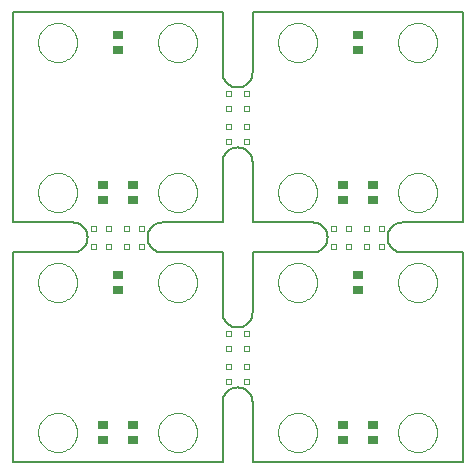
<source format=gtp>
G75*
G70*
%OFA0B0*%
%FSLAX24Y24*%
%IPPOS*%
%LPD*%
%AMOC8*
5,1,8,0,0,1.08239X$1,22.5*
%
%ADD10C,0.0080*%
%ADD11C,0.0000*%
%ADD12R,0.0354X0.0276*%
D10*
X008338Y000501D02*
X015338Y000501D01*
X015338Y002501D01*
X015838Y003001D02*
X015882Y002999D01*
X015925Y002993D01*
X015967Y002984D01*
X016009Y002971D01*
X016049Y002954D01*
X016088Y002934D01*
X016125Y002911D01*
X016159Y002884D01*
X016192Y002855D01*
X016221Y002822D01*
X016248Y002788D01*
X016271Y002751D01*
X016291Y002712D01*
X016308Y002672D01*
X016321Y002630D01*
X016330Y002588D01*
X016336Y002545D01*
X016338Y002501D01*
X016338Y000501D01*
X023338Y000501D01*
X023338Y007501D01*
X021338Y007501D01*
X021294Y007503D01*
X021251Y007509D01*
X021209Y007518D01*
X021167Y007531D01*
X021127Y007548D01*
X021088Y007568D01*
X021051Y007591D01*
X021017Y007618D01*
X020984Y007647D01*
X020955Y007680D01*
X020928Y007714D01*
X020905Y007751D01*
X020885Y007790D01*
X020868Y007830D01*
X020855Y007872D01*
X020846Y007914D01*
X020840Y007957D01*
X020838Y008001D01*
X020840Y008045D01*
X020846Y008088D01*
X020855Y008130D01*
X020868Y008172D01*
X020885Y008212D01*
X020905Y008251D01*
X020928Y008288D01*
X020955Y008322D01*
X020984Y008355D01*
X021017Y008384D01*
X021051Y008411D01*
X021088Y008434D01*
X021127Y008454D01*
X021167Y008471D01*
X021209Y008484D01*
X021251Y008493D01*
X021294Y008499D01*
X021338Y008501D01*
X023338Y008501D01*
X023338Y015501D01*
X016338Y015501D01*
X016338Y013501D01*
X016336Y013457D01*
X016330Y013414D01*
X016321Y013372D01*
X016308Y013330D01*
X016291Y013290D01*
X016271Y013251D01*
X016248Y013214D01*
X016221Y013180D01*
X016192Y013147D01*
X016159Y013118D01*
X016125Y013091D01*
X016088Y013068D01*
X016049Y013048D01*
X016009Y013031D01*
X015967Y013018D01*
X015925Y013009D01*
X015882Y013003D01*
X015838Y013001D01*
X015794Y013003D01*
X015751Y013009D01*
X015709Y013018D01*
X015667Y013031D01*
X015627Y013048D01*
X015588Y013068D01*
X015551Y013091D01*
X015517Y013118D01*
X015484Y013147D01*
X015455Y013180D01*
X015428Y013214D01*
X015405Y013251D01*
X015385Y013290D01*
X015368Y013330D01*
X015355Y013372D01*
X015346Y013414D01*
X015340Y013457D01*
X015338Y013501D01*
X015338Y015501D01*
X008338Y015501D01*
X008338Y008501D01*
X010338Y008501D01*
X010382Y008499D01*
X010425Y008493D01*
X010467Y008484D01*
X010509Y008471D01*
X010549Y008454D01*
X010588Y008434D01*
X010625Y008411D01*
X010659Y008384D01*
X010692Y008355D01*
X010721Y008322D01*
X010748Y008288D01*
X010771Y008251D01*
X010791Y008212D01*
X010808Y008172D01*
X010821Y008130D01*
X010830Y008088D01*
X010836Y008045D01*
X010838Y008001D01*
X010836Y007957D01*
X010830Y007914D01*
X010821Y007872D01*
X010808Y007830D01*
X010791Y007790D01*
X010771Y007751D01*
X010748Y007714D01*
X010721Y007680D01*
X010692Y007647D01*
X010659Y007618D01*
X010625Y007591D01*
X010588Y007568D01*
X010549Y007548D01*
X010509Y007531D01*
X010467Y007518D01*
X010425Y007509D01*
X010382Y007503D01*
X010338Y007501D01*
X008338Y007501D01*
X008338Y000501D01*
X015338Y002501D02*
X015340Y002545D01*
X015346Y002588D01*
X015355Y002630D01*
X015368Y002672D01*
X015385Y002712D01*
X015405Y002751D01*
X015428Y002788D01*
X015455Y002822D01*
X015484Y002855D01*
X015517Y002884D01*
X015551Y002911D01*
X015588Y002934D01*
X015627Y002954D01*
X015667Y002971D01*
X015709Y002984D01*
X015751Y002993D01*
X015794Y002999D01*
X015838Y003001D01*
X015838Y005001D02*
X015794Y005003D01*
X015751Y005009D01*
X015709Y005018D01*
X015667Y005031D01*
X015627Y005048D01*
X015588Y005068D01*
X015551Y005091D01*
X015517Y005118D01*
X015484Y005147D01*
X015455Y005180D01*
X015428Y005214D01*
X015405Y005251D01*
X015385Y005290D01*
X015368Y005330D01*
X015355Y005372D01*
X015346Y005414D01*
X015340Y005457D01*
X015338Y005501D01*
X015338Y007501D01*
X013338Y007501D01*
X012838Y008001D02*
X012840Y008045D01*
X012846Y008088D01*
X012855Y008130D01*
X012868Y008172D01*
X012885Y008212D01*
X012905Y008251D01*
X012928Y008288D01*
X012955Y008322D01*
X012984Y008355D01*
X013017Y008384D01*
X013051Y008411D01*
X013088Y008434D01*
X013127Y008454D01*
X013167Y008471D01*
X013209Y008484D01*
X013251Y008493D01*
X013294Y008499D01*
X013338Y008501D01*
X015338Y008501D01*
X015338Y010501D01*
X015838Y011001D02*
X015882Y010999D01*
X015925Y010993D01*
X015967Y010984D01*
X016009Y010971D01*
X016049Y010954D01*
X016088Y010934D01*
X016125Y010911D01*
X016159Y010884D01*
X016192Y010855D01*
X016221Y010822D01*
X016248Y010788D01*
X016271Y010751D01*
X016291Y010712D01*
X016308Y010672D01*
X016321Y010630D01*
X016330Y010588D01*
X016336Y010545D01*
X016338Y010501D01*
X016338Y008501D01*
X018338Y008501D01*
X018838Y008001D02*
X018836Y007957D01*
X018830Y007914D01*
X018821Y007872D01*
X018808Y007830D01*
X018791Y007790D01*
X018771Y007751D01*
X018748Y007714D01*
X018721Y007680D01*
X018692Y007647D01*
X018659Y007618D01*
X018625Y007591D01*
X018588Y007568D01*
X018549Y007548D01*
X018509Y007531D01*
X018467Y007518D01*
X018425Y007509D01*
X018382Y007503D01*
X018338Y007501D01*
X016338Y007501D01*
X016338Y005501D01*
X016336Y005457D01*
X016330Y005414D01*
X016321Y005372D01*
X016308Y005330D01*
X016291Y005290D01*
X016271Y005251D01*
X016248Y005214D01*
X016221Y005180D01*
X016192Y005147D01*
X016159Y005118D01*
X016125Y005091D01*
X016088Y005068D01*
X016049Y005048D01*
X016009Y005031D01*
X015967Y005018D01*
X015925Y005009D01*
X015882Y005003D01*
X015838Y005001D01*
X013338Y007501D02*
X013294Y007503D01*
X013251Y007509D01*
X013209Y007518D01*
X013167Y007531D01*
X013127Y007548D01*
X013088Y007568D01*
X013051Y007591D01*
X013017Y007618D01*
X012984Y007647D01*
X012955Y007680D01*
X012928Y007714D01*
X012905Y007751D01*
X012885Y007790D01*
X012868Y007830D01*
X012855Y007872D01*
X012846Y007914D01*
X012840Y007957D01*
X012838Y008001D01*
X018338Y008501D02*
X018382Y008499D01*
X018425Y008493D01*
X018467Y008484D01*
X018509Y008471D01*
X018549Y008454D01*
X018588Y008434D01*
X018625Y008411D01*
X018659Y008384D01*
X018692Y008355D01*
X018721Y008322D01*
X018748Y008288D01*
X018771Y008251D01*
X018791Y008212D01*
X018808Y008172D01*
X018821Y008130D01*
X018830Y008088D01*
X018836Y008045D01*
X018838Y008001D01*
X015838Y011001D02*
X015794Y010999D01*
X015751Y010993D01*
X015709Y010984D01*
X015667Y010971D01*
X015627Y010954D01*
X015588Y010934D01*
X015551Y010911D01*
X015517Y010884D01*
X015484Y010855D01*
X015455Y010822D01*
X015428Y010788D01*
X015405Y010751D01*
X015385Y010712D01*
X015368Y010672D01*
X015355Y010630D01*
X015346Y010588D01*
X015340Y010545D01*
X015338Y010501D01*
D11*
X015440Y011201D02*
X015442Y011220D01*
X015447Y011239D01*
X015457Y011255D01*
X015469Y011270D01*
X015484Y011282D01*
X015500Y011292D01*
X015519Y011297D01*
X015538Y011299D01*
X015557Y011297D01*
X015576Y011292D01*
X015592Y011282D01*
X015607Y011270D01*
X015619Y011255D01*
X015629Y011239D01*
X015634Y011220D01*
X015636Y011201D01*
X015634Y011182D01*
X015629Y011163D01*
X015619Y011147D01*
X015607Y011132D01*
X015592Y011120D01*
X015576Y011110D01*
X015557Y011105D01*
X015538Y011103D01*
X015519Y011105D01*
X015500Y011110D01*
X015484Y011120D01*
X015469Y011132D01*
X015457Y011147D01*
X015447Y011163D01*
X015442Y011182D01*
X015440Y011201D01*
X016040Y011201D02*
X016042Y011220D01*
X016047Y011239D01*
X016057Y011255D01*
X016069Y011270D01*
X016084Y011282D01*
X016100Y011292D01*
X016119Y011297D01*
X016138Y011299D01*
X016157Y011297D01*
X016176Y011292D01*
X016192Y011282D01*
X016207Y011270D01*
X016219Y011255D01*
X016229Y011239D01*
X016234Y011220D01*
X016236Y011201D01*
X016234Y011182D01*
X016229Y011163D01*
X016219Y011147D01*
X016207Y011132D01*
X016192Y011120D01*
X016176Y011110D01*
X016157Y011105D01*
X016138Y011103D01*
X016119Y011105D01*
X016100Y011110D01*
X016084Y011120D01*
X016069Y011132D01*
X016057Y011147D01*
X016047Y011163D01*
X016042Y011182D01*
X016040Y011201D01*
X016040Y011701D02*
X016042Y011720D01*
X016047Y011739D01*
X016057Y011755D01*
X016069Y011770D01*
X016084Y011782D01*
X016100Y011792D01*
X016119Y011797D01*
X016138Y011799D01*
X016157Y011797D01*
X016176Y011792D01*
X016192Y011782D01*
X016207Y011770D01*
X016219Y011755D01*
X016229Y011739D01*
X016234Y011720D01*
X016236Y011701D01*
X016234Y011682D01*
X016229Y011663D01*
X016219Y011647D01*
X016207Y011632D01*
X016192Y011620D01*
X016176Y011610D01*
X016157Y011605D01*
X016138Y011603D01*
X016119Y011605D01*
X016100Y011610D01*
X016084Y011620D01*
X016069Y011632D01*
X016057Y011647D01*
X016047Y011663D01*
X016042Y011682D01*
X016040Y011701D01*
X015440Y011701D02*
X015442Y011720D01*
X015447Y011739D01*
X015457Y011755D01*
X015469Y011770D01*
X015484Y011782D01*
X015500Y011792D01*
X015519Y011797D01*
X015538Y011799D01*
X015557Y011797D01*
X015576Y011792D01*
X015592Y011782D01*
X015607Y011770D01*
X015619Y011755D01*
X015629Y011739D01*
X015634Y011720D01*
X015636Y011701D01*
X015634Y011682D01*
X015629Y011663D01*
X015619Y011647D01*
X015607Y011632D01*
X015592Y011620D01*
X015576Y011610D01*
X015557Y011605D01*
X015538Y011603D01*
X015519Y011605D01*
X015500Y011610D01*
X015484Y011620D01*
X015469Y011632D01*
X015457Y011647D01*
X015447Y011663D01*
X015442Y011682D01*
X015440Y011701D01*
X015440Y012301D02*
X015442Y012320D01*
X015447Y012339D01*
X015457Y012355D01*
X015469Y012370D01*
X015484Y012382D01*
X015500Y012392D01*
X015519Y012397D01*
X015538Y012399D01*
X015557Y012397D01*
X015576Y012392D01*
X015592Y012382D01*
X015607Y012370D01*
X015619Y012355D01*
X015629Y012339D01*
X015634Y012320D01*
X015636Y012301D01*
X015634Y012282D01*
X015629Y012263D01*
X015619Y012247D01*
X015607Y012232D01*
X015592Y012220D01*
X015576Y012210D01*
X015557Y012205D01*
X015538Y012203D01*
X015519Y012205D01*
X015500Y012210D01*
X015484Y012220D01*
X015469Y012232D01*
X015457Y012247D01*
X015447Y012263D01*
X015442Y012282D01*
X015440Y012301D01*
X016040Y012301D02*
X016042Y012320D01*
X016047Y012339D01*
X016057Y012355D01*
X016069Y012370D01*
X016084Y012382D01*
X016100Y012392D01*
X016119Y012397D01*
X016138Y012399D01*
X016157Y012397D01*
X016176Y012392D01*
X016192Y012382D01*
X016207Y012370D01*
X016219Y012355D01*
X016229Y012339D01*
X016234Y012320D01*
X016236Y012301D01*
X016234Y012282D01*
X016229Y012263D01*
X016219Y012247D01*
X016207Y012232D01*
X016192Y012220D01*
X016176Y012210D01*
X016157Y012205D01*
X016138Y012203D01*
X016119Y012205D01*
X016100Y012210D01*
X016084Y012220D01*
X016069Y012232D01*
X016057Y012247D01*
X016047Y012263D01*
X016042Y012282D01*
X016040Y012301D01*
X016040Y012801D02*
X016042Y012820D01*
X016047Y012839D01*
X016057Y012855D01*
X016069Y012870D01*
X016084Y012882D01*
X016100Y012892D01*
X016119Y012897D01*
X016138Y012899D01*
X016157Y012897D01*
X016176Y012892D01*
X016192Y012882D01*
X016207Y012870D01*
X016219Y012855D01*
X016229Y012839D01*
X016234Y012820D01*
X016236Y012801D01*
X016234Y012782D01*
X016229Y012763D01*
X016219Y012747D01*
X016207Y012732D01*
X016192Y012720D01*
X016176Y012710D01*
X016157Y012705D01*
X016138Y012703D01*
X016119Y012705D01*
X016100Y012710D01*
X016084Y012720D01*
X016069Y012732D01*
X016057Y012747D01*
X016047Y012763D01*
X016042Y012782D01*
X016040Y012801D01*
X015440Y012801D02*
X015442Y012820D01*
X015447Y012839D01*
X015457Y012855D01*
X015469Y012870D01*
X015484Y012882D01*
X015500Y012892D01*
X015519Y012897D01*
X015538Y012899D01*
X015557Y012897D01*
X015576Y012892D01*
X015592Y012882D01*
X015607Y012870D01*
X015619Y012855D01*
X015629Y012839D01*
X015634Y012820D01*
X015636Y012801D01*
X015634Y012782D01*
X015629Y012763D01*
X015619Y012747D01*
X015607Y012732D01*
X015592Y012720D01*
X015576Y012710D01*
X015557Y012705D01*
X015538Y012703D01*
X015519Y012705D01*
X015500Y012710D01*
X015484Y012720D01*
X015469Y012732D01*
X015457Y012747D01*
X015447Y012763D01*
X015442Y012782D01*
X015440Y012801D01*
X013188Y014501D02*
X013190Y014551D01*
X013196Y014601D01*
X013206Y014651D01*
X013219Y014699D01*
X013236Y014747D01*
X013257Y014793D01*
X013281Y014837D01*
X013309Y014879D01*
X013340Y014919D01*
X013374Y014956D01*
X013411Y014991D01*
X013450Y015022D01*
X013491Y015051D01*
X013535Y015076D01*
X013581Y015098D01*
X013628Y015116D01*
X013676Y015130D01*
X013725Y015141D01*
X013775Y015148D01*
X013825Y015151D01*
X013876Y015150D01*
X013926Y015145D01*
X013976Y015136D01*
X014024Y015124D01*
X014072Y015107D01*
X014118Y015087D01*
X014163Y015064D01*
X014206Y015037D01*
X014246Y015007D01*
X014284Y014974D01*
X014319Y014938D01*
X014352Y014899D01*
X014381Y014858D01*
X014407Y014815D01*
X014430Y014770D01*
X014449Y014723D01*
X014464Y014675D01*
X014476Y014626D01*
X014484Y014576D01*
X014488Y014526D01*
X014488Y014476D01*
X014484Y014426D01*
X014476Y014376D01*
X014464Y014327D01*
X014449Y014279D01*
X014430Y014232D01*
X014407Y014187D01*
X014381Y014144D01*
X014352Y014103D01*
X014319Y014064D01*
X014284Y014028D01*
X014246Y013995D01*
X014206Y013965D01*
X014163Y013938D01*
X014118Y013915D01*
X014072Y013895D01*
X014024Y013878D01*
X013976Y013866D01*
X013926Y013857D01*
X013876Y013852D01*
X013825Y013851D01*
X013775Y013854D01*
X013725Y013861D01*
X013676Y013872D01*
X013628Y013886D01*
X013581Y013904D01*
X013535Y013926D01*
X013491Y013951D01*
X013450Y013980D01*
X013411Y014011D01*
X013374Y014046D01*
X013340Y014083D01*
X013309Y014123D01*
X013281Y014165D01*
X013257Y014209D01*
X013236Y014255D01*
X013219Y014303D01*
X013206Y014351D01*
X013196Y014401D01*
X013190Y014451D01*
X013188Y014501D01*
X009188Y014501D02*
X009190Y014551D01*
X009196Y014601D01*
X009206Y014651D01*
X009219Y014699D01*
X009236Y014747D01*
X009257Y014793D01*
X009281Y014837D01*
X009309Y014879D01*
X009340Y014919D01*
X009374Y014956D01*
X009411Y014991D01*
X009450Y015022D01*
X009491Y015051D01*
X009535Y015076D01*
X009581Y015098D01*
X009628Y015116D01*
X009676Y015130D01*
X009725Y015141D01*
X009775Y015148D01*
X009825Y015151D01*
X009876Y015150D01*
X009926Y015145D01*
X009976Y015136D01*
X010024Y015124D01*
X010072Y015107D01*
X010118Y015087D01*
X010163Y015064D01*
X010206Y015037D01*
X010246Y015007D01*
X010284Y014974D01*
X010319Y014938D01*
X010352Y014899D01*
X010381Y014858D01*
X010407Y014815D01*
X010430Y014770D01*
X010449Y014723D01*
X010464Y014675D01*
X010476Y014626D01*
X010484Y014576D01*
X010488Y014526D01*
X010488Y014476D01*
X010484Y014426D01*
X010476Y014376D01*
X010464Y014327D01*
X010449Y014279D01*
X010430Y014232D01*
X010407Y014187D01*
X010381Y014144D01*
X010352Y014103D01*
X010319Y014064D01*
X010284Y014028D01*
X010246Y013995D01*
X010206Y013965D01*
X010163Y013938D01*
X010118Y013915D01*
X010072Y013895D01*
X010024Y013878D01*
X009976Y013866D01*
X009926Y013857D01*
X009876Y013852D01*
X009825Y013851D01*
X009775Y013854D01*
X009725Y013861D01*
X009676Y013872D01*
X009628Y013886D01*
X009581Y013904D01*
X009535Y013926D01*
X009491Y013951D01*
X009450Y013980D01*
X009411Y014011D01*
X009374Y014046D01*
X009340Y014083D01*
X009309Y014123D01*
X009281Y014165D01*
X009257Y014209D01*
X009236Y014255D01*
X009219Y014303D01*
X009206Y014351D01*
X009196Y014401D01*
X009190Y014451D01*
X009188Y014501D01*
X017188Y014501D02*
X017190Y014551D01*
X017196Y014601D01*
X017206Y014651D01*
X017219Y014699D01*
X017236Y014747D01*
X017257Y014793D01*
X017281Y014837D01*
X017309Y014879D01*
X017340Y014919D01*
X017374Y014956D01*
X017411Y014991D01*
X017450Y015022D01*
X017491Y015051D01*
X017535Y015076D01*
X017581Y015098D01*
X017628Y015116D01*
X017676Y015130D01*
X017725Y015141D01*
X017775Y015148D01*
X017825Y015151D01*
X017876Y015150D01*
X017926Y015145D01*
X017976Y015136D01*
X018024Y015124D01*
X018072Y015107D01*
X018118Y015087D01*
X018163Y015064D01*
X018206Y015037D01*
X018246Y015007D01*
X018284Y014974D01*
X018319Y014938D01*
X018352Y014899D01*
X018381Y014858D01*
X018407Y014815D01*
X018430Y014770D01*
X018449Y014723D01*
X018464Y014675D01*
X018476Y014626D01*
X018484Y014576D01*
X018488Y014526D01*
X018488Y014476D01*
X018484Y014426D01*
X018476Y014376D01*
X018464Y014327D01*
X018449Y014279D01*
X018430Y014232D01*
X018407Y014187D01*
X018381Y014144D01*
X018352Y014103D01*
X018319Y014064D01*
X018284Y014028D01*
X018246Y013995D01*
X018206Y013965D01*
X018163Y013938D01*
X018118Y013915D01*
X018072Y013895D01*
X018024Y013878D01*
X017976Y013866D01*
X017926Y013857D01*
X017876Y013852D01*
X017825Y013851D01*
X017775Y013854D01*
X017725Y013861D01*
X017676Y013872D01*
X017628Y013886D01*
X017581Y013904D01*
X017535Y013926D01*
X017491Y013951D01*
X017450Y013980D01*
X017411Y014011D01*
X017374Y014046D01*
X017340Y014083D01*
X017309Y014123D01*
X017281Y014165D01*
X017257Y014209D01*
X017236Y014255D01*
X017219Y014303D01*
X017206Y014351D01*
X017196Y014401D01*
X017190Y014451D01*
X017188Y014501D01*
X021188Y014501D02*
X021190Y014551D01*
X021196Y014601D01*
X021206Y014651D01*
X021219Y014699D01*
X021236Y014747D01*
X021257Y014793D01*
X021281Y014837D01*
X021309Y014879D01*
X021340Y014919D01*
X021374Y014956D01*
X021411Y014991D01*
X021450Y015022D01*
X021491Y015051D01*
X021535Y015076D01*
X021581Y015098D01*
X021628Y015116D01*
X021676Y015130D01*
X021725Y015141D01*
X021775Y015148D01*
X021825Y015151D01*
X021876Y015150D01*
X021926Y015145D01*
X021976Y015136D01*
X022024Y015124D01*
X022072Y015107D01*
X022118Y015087D01*
X022163Y015064D01*
X022206Y015037D01*
X022246Y015007D01*
X022284Y014974D01*
X022319Y014938D01*
X022352Y014899D01*
X022381Y014858D01*
X022407Y014815D01*
X022430Y014770D01*
X022449Y014723D01*
X022464Y014675D01*
X022476Y014626D01*
X022484Y014576D01*
X022488Y014526D01*
X022488Y014476D01*
X022484Y014426D01*
X022476Y014376D01*
X022464Y014327D01*
X022449Y014279D01*
X022430Y014232D01*
X022407Y014187D01*
X022381Y014144D01*
X022352Y014103D01*
X022319Y014064D01*
X022284Y014028D01*
X022246Y013995D01*
X022206Y013965D01*
X022163Y013938D01*
X022118Y013915D01*
X022072Y013895D01*
X022024Y013878D01*
X021976Y013866D01*
X021926Y013857D01*
X021876Y013852D01*
X021825Y013851D01*
X021775Y013854D01*
X021725Y013861D01*
X021676Y013872D01*
X021628Y013886D01*
X021581Y013904D01*
X021535Y013926D01*
X021491Y013951D01*
X021450Y013980D01*
X021411Y014011D01*
X021374Y014046D01*
X021340Y014083D01*
X021309Y014123D01*
X021281Y014165D01*
X021257Y014209D01*
X021236Y014255D01*
X021219Y014303D01*
X021206Y014351D01*
X021196Y014401D01*
X021190Y014451D01*
X021188Y014501D01*
X021188Y009501D02*
X021190Y009551D01*
X021196Y009601D01*
X021206Y009651D01*
X021219Y009699D01*
X021236Y009747D01*
X021257Y009793D01*
X021281Y009837D01*
X021309Y009879D01*
X021340Y009919D01*
X021374Y009956D01*
X021411Y009991D01*
X021450Y010022D01*
X021491Y010051D01*
X021535Y010076D01*
X021581Y010098D01*
X021628Y010116D01*
X021676Y010130D01*
X021725Y010141D01*
X021775Y010148D01*
X021825Y010151D01*
X021876Y010150D01*
X021926Y010145D01*
X021976Y010136D01*
X022024Y010124D01*
X022072Y010107D01*
X022118Y010087D01*
X022163Y010064D01*
X022206Y010037D01*
X022246Y010007D01*
X022284Y009974D01*
X022319Y009938D01*
X022352Y009899D01*
X022381Y009858D01*
X022407Y009815D01*
X022430Y009770D01*
X022449Y009723D01*
X022464Y009675D01*
X022476Y009626D01*
X022484Y009576D01*
X022488Y009526D01*
X022488Y009476D01*
X022484Y009426D01*
X022476Y009376D01*
X022464Y009327D01*
X022449Y009279D01*
X022430Y009232D01*
X022407Y009187D01*
X022381Y009144D01*
X022352Y009103D01*
X022319Y009064D01*
X022284Y009028D01*
X022246Y008995D01*
X022206Y008965D01*
X022163Y008938D01*
X022118Y008915D01*
X022072Y008895D01*
X022024Y008878D01*
X021976Y008866D01*
X021926Y008857D01*
X021876Y008852D01*
X021825Y008851D01*
X021775Y008854D01*
X021725Y008861D01*
X021676Y008872D01*
X021628Y008886D01*
X021581Y008904D01*
X021535Y008926D01*
X021491Y008951D01*
X021450Y008980D01*
X021411Y009011D01*
X021374Y009046D01*
X021340Y009083D01*
X021309Y009123D01*
X021281Y009165D01*
X021257Y009209D01*
X021236Y009255D01*
X021219Y009303D01*
X021206Y009351D01*
X021196Y009401D01*
X021190Y009451D01*
X021188Y009501D01*
X017188Y009501D02*
X017190Y009551D01*
X017196Y009601D01*
X017206Y009651D01*
X017219Y009699D01*
X017236Y009747D01*
X017257Y009793D01*
X017281Y009837D01*
X017309Y009879D01*
X017340Y009919D01*
X017374Y009956D01*
X017411Y009991D01*
X017450Y010022D01*
X017491Y010051D01*
X017535Y010076D01*
X017581Y010098D01*
X017628Y010116D01*
X017676Y010130D01*
X017725Y010141D01*
X017775Y010148D01*
X017825Y010151D01*
X017876Y010150D01*
X017926Y010145D01*
X017976Y010136D01*
X018024Y010124D01*
X018072Y010107D01*
X018118Y010087D01*
X018163Y010064D01*
X018206Y010037D01*
X018246Y010007D01*
X018284Y009974D01*
X018319Y009938D01*
X018352Y009899D01*
X018381Y009858D01*
X018407Y009815D01*
X018430Y009770D01*
X018449Y009723D01*
X018464Y009675D01*
X018476Y009626D01*
X018484Y009576D01*
X018488Y009526D01*
X018488Y009476D01*
X018484Y009426D01*
X018476Y009376D01*
X018464Y009327D01*
X018449Y009279D01*
X018430Y009232D01*
X018407Y009187D01*
X018381Y009144D01*
X018352Y009103D01*
X018319Y009064D01*
X018284Y009028D01*
X018246Y008995D01*
X018206Y008965D01*
X018163Y008938D01*
X018118Y008915D01*
X018072Y008895D01*
X018024Y008878D01*
X017976Y008866D01*
X017926Y008857D01*
X017876Y008852D01*
X017825Y008851D01*
X017775Y008854D01*
X017725Y008861D01*
X017676Y008872D01*
X017628Y008886D01*
X017581Y008904D01*
X017535Y008926D01*
X017491Y008951D01*
X017450Y008980D01*
X017411Y009011D01*
X017374Y009046D01*
X017340Y009083D01*
X017309Y009123D01*
X017281Y009165D01*
X017257Y009209D01*
X017236Y009255D01*
X017219Y009303D01*
X017206Y009351D01*
X017196Y009401D01*
X017190Y009451D01*
X017188Y009501D01*
X013188Y009501D02*
X013190Y009551D01*
X013196Y009601D01*
X013206Y009651D01*
X013219Y009699D01*
X013236Y009747D01*
X013257Y009793D01*
X013281Y009837D01*
X013309Y009879D01*
X013340Y009919D01*
X013374Y009956D01*
X013411Y009991D01*
X013450Y010022D01*
X013491Y010051D01*
X013535Y010076D01*
X013581Y010098D01*
X013628Y010116D01*
X013676Y010130D01*
X013725Y010141D01*
X013775Y010148D01*
X013825Y010151D01*
X013876Y010150D01*
X013926Y010145D01*
X013976Y010136D01*
X014024Y010124D01*
X014072Y010107D01*
X014118Y010087D01*
X014163Y010064D01*
X014206Y010037D01*
X014246Y010007D01*
X014284Y009974D01*
X014319Y009938D01*
X014352Y009899D01*
X014381Y009858D01*
X014407Y009815D01*
X014430Y009770D01*
X014449Y009723D01*
X014464Y009675D01*
X014476Y009626D01*
X014484Y009576D01*
X014488Y009526D01*
X014488Y009476D01*
X014484Y009426D01*
X014476Y009376D01*
X014464Y009327D01*
X014449Y009279D01*
X014430Y009232D01*
X014407Y009187D01*
X014381Y009144D01*
X014352Y009103D01*
X014319Y009064D01*
X014284Y009028D01*
X014246Y008995D01*
X014206Y008965D01*
X014163Y008938D01*
X014118Y008915D01*
X014072Y008895D01*
X014024Y008878D01*
X013976Y008866D01*
X013926Y008857D01*
X013876Y008852D01*
X013825Y008851D01*
X013775Y008854D01*
X013725Y008861D01*
X013676Y008872D01*
X013628Y008886D01*
X013581Y008904D01*
X013535Y008926D01*
X013491Y008951D01*
X013450Y008980D01*
X013411Y009011D01*
X013374Y009046D01*
X013340Y009083D01*
X013309Y009123D01*
X013281Y009165D01*
X013257Y009209D01*
X013236Y009255D01*
X013219Y009303D01*
X013206Y009351D01*
X013196Y009401D01*
X013190Y009451D01*
X013188Y009501D01*
X009188Y009501D02*
X009190Y009551D01*
X009196Y009601D01*
X009206Y009651D01*
X009219Y009699D01*
X009236Y009747D01*
X009257Y009793D01*
X009281Y009837D01*
X009309Y009879D01*
X009340Y009919D01*
X009374Y009956D01*
X009411Y009991D01*
X009450Y010022D01*
X009491Y010051D01*
X009535Y010076D01*
X009581Y010098D01*
X009628Y010116D01*
X009676Y010130D01*
X009725Y010141D01*
X009775Y010148D01*
X009825Y010151D01*
X009876Y010150D01*
X009926Y010145D01*
X009976Y010136D01*
X010024Y010124D01*
X010072Y010107D01*
X010118Y010087D01*
X010163Y010064D01*
X010206Y010037D01*
X010246Y010007D01*
X010284Y009974D01*
X010319Y009938D01*
X010352Y009899D01*
X010381Y009858D01*
X010407Y009815D01*
X010430Y009770D01*
X010449Y009723D01*
X010464Y009675D01*
X010476Y009626D01*
X010484Y009576D01*
X010488Y009526D01*
X010488Y009476D01*
X010484Y009426D01*
X010476Y009376D01*
X010464Y009327D01*
X010449Y009279D01*
X010430Y009232D01*
X010407Y009187D01*
X010381Y009144D01*
X010352Y009103D01*
X010319Y009064D01*
X010284Y009028D01*
X010246Y008995D01*
X010206Y008965D01*
X010163Y008938D01*
X010118Y008915D01*
X010072Y008895D01*
X010024Y008878D01*
X009976Y008866D01*
X009926Y008857D01*
X009876Y008852D01*
X009825Y008851D01*
X009775Y008854D01*
X009725Y008861D01*
X009676Y008872D01*
X009628Y008886D01*
X009581Y008904D01*
X009535Y008926D01*
X009491Y008951D01*
X009450Y008980D01*
X009411Y009011D01*
X009374Y009046D01*
X009340Y009083D01*
X009309Y009123D01*
X009281Y009165D01*
X009257Y009209D01*
X009236Y009255D01*
X009219Y009303D01*
X009206Y009351D01*
X009196Y009401D01*
X009190Y009451D01*
X009188Y009501D01*
X010940Y008301D02*
X010942Y008320D01*
X010947Y008339D01*
X010957Y008355D01*
X010969Y008370D01*
X010984Y008382D01*
X011000Y008392D01*
X011019Y008397D01*
X011038Y008399D01*
X011057Y008397D01*
X011076Y008392D01*
X011092Y008382D01*
X011107Y008370D01*
X011119Y008355D01*
X011129Y008339D01*
X011134Y008320D01*
X011136Y008301D01*
X011134Y008282D01*
X011129Y008263D01*
X011119Y008247D01*
X011107Y008232D01*
X011092Y008220D01*
X011076Y008210D01*
X011057Y008205D01*
X011038Y008203D01*
X011019Y008205D01*
X011000Y008210D01*
X010984Y008220D01*
X010969Y008232D01*
X010957Y008247D01*
X010947Y008263D01*
X010942Y008282D01*
X010940Y008301D01*
X011440Y008301D02*
X011442Y008320D01*
X011447Y008339D01*
X011457Y008355D01*
X011469Y008370D01*
X011484Y008382D01*
X011500Y008392D01*
X011519Y008397D01*
X011538Y008399D01*
X011557Y008397D01*
X011576Y008392D01*
X011592Y008382D01*
X011607Y008370D01*
X011619Y008355D01*
X011629Y008339D01*
X011634Y008320D01*
X011636Y008301D01*
X011634Y008282D01*
X011629Y008263D01*
X011619Y008247D01*
X011607Y008232D01*
X011592Y008220D01*
X011576Y008210D01*
X011557Y008205D01*
X011538Y008203D01*
X011519Y008205D01*
X011500Y008210D01*
X011484Y008220D01*
X011469Y008232D01*
X011457Y008247D01*
X011447Y008263D01*
X011442Y008282D01*
X011440Y008301D01*
X012040Y008301D02*
X012042Y008320D01*
X012047Y008339D01*
X012057Y008355D01*
X012069Y008370D01*
X012084Y008382D01*
X012100Y008392D01*
X012119Y008397D01*
X012138Y008399D01*
X012157Y008397D01*
X012176Y008392D01*
X012192Y008382D01*
X012207Y008370D01*
X012219Y008355D01*
X012229Y008339D01*
X012234Y008320D01*
X012236Y008301D01*
X012234Y008282D01*
X012229Y008263D01*
X012219Y008247D01*
X012207Y008232D01*
X012192Y008220D01*
X012176Y008210D01*
X012157Y008205D01*
X012138Y008203D01*
X012119Y008205D01*
X012100Y008210D01*
X012084Y008220D01*
X012069Y008232D01*
X012057Y008247D01*
X012047Y008263D01*
X012042Y008282D01*
X012040Y008301D01*
X012540Y008301D02*
X012542Y008320D01*
X012547Y008339D01*
X012557Y008355D01*
X012569Y008370D01*
X012584Y008382D01*
X012600Y008392D01*
X012619Y008397D01*
X012638Y008399D01*
X012657Y008397D01*
X012676Y008392D01*
X012692Y008382D01*
X012707Y008370D01*
X012719Y008355D01*
X012729Y008339D01*
X012734Y008320D01*
X012736Y008301D01*
X012734Y008282D01*
X012729Y008263D01*
X012719Y008247D01*
X012707Y008232D01*
X012692Y008220D01*
X012676Y008210D01*
X012657Y008205D01*
X012638Y008203D01*
X012619Y008205D01*
X012600Y008210D01*
X012584Y008220D01*
X012569Y008232D01*
X012557Y008247D01*
X012547Y008263D01*
X012542Y008282D01*
X012540Y008301D01*
X012540Y007701D02*
X012542Y007720D01*
X012547Y007739D01*
X012557Y007755D01*
X012569Y007770D01*
X012584Y007782D01*
X012600Y007792D01*
X012619Y007797D01*
X012638Y007799D01*
X012657Y007797D01*
X012676Y007792D01*
X012692Y007782D01*
X012707Y007770D01*
X012719Y007755D01*
X012729Y007739D01*
X012734Y007720D01*
X012736Y007701D01*
X012734Y007682D01*
X012729Y007663D01*
X012719Y007647D01*
X012707Y007632D01*
X012692Y007620D01*
X012676Y007610D01*
X012657Y007605D01*
X012638Y007603D01*
X012619Y007605D01*
X012600Y007610D01*
X012584Y007620D01*
X012569Y007632D01*
X012557Y007647D01*
X012547Y007663D01*
X012542Y007682D01*
X012540Y007701D01*
X012040Y007701D02*
X012042Y007720D01*
X012047Y007739D01*
X012057Y007755D01*
X012069Y007770D01*
X012084Y007782D01*
X012100Y007792D01*
X012119Y007797D01*
X012138Y007799D01*
X012157Y007797D01*
X012176Y007792D01*
X012192Y007782D01*
X012207Y007770D01*
X012219Y007755D01*
X012229Y007739D01*
X012234Y007720D01*
X012236Y007701D01*
X012234Y007682D01*
X012229Y007663D01*
X012219Y007647D01*
X012207Y007632D01*
X012192Y007620D01*
X012176Y007610D01*
X012157Y007605D01*
X012138Y007603D01*
X012119Y007605D01*
X012100Y007610D01*
X012084Y007620D01*
X012069Y007632D01*
X012057Y007647D01*
X012047Y007663D01*
X012042Y007682D01*
X012040Y007701D01*
X011440Y007701D02*
X011442Y007720D01*
X011447Y007739D01*
X011457Y007755D01*
X011469Y007770D01*
X011484Y007782D01*
X011500Y007792D01*
X011519Y007797D01*
X011538Y007799D01*
X011557Y007797D01*
X011576Y007792D01*
X011592Y007782D01*
X011607Y007770D01*
X011619Y007755D01*
X011629Y007739D01*
X011634Y007720D01*
X011636Y007701D01*
X011634Y007682D01*
X011629Y007663D01*
X011619Y007647D01*
X011607Y007632D01*
X011592Y007620D01*
X011576Y007610D01*
X011557Y007605D01*
X011538Y007603D01*
X011519Y007605D01*
X011500Y007610D01*
X011484Y007620D01*
X011469Y007632D01*
X011457Y007647D01*
X011447Y007663D01*
X011442Y007682D01*
X011440Y007701D01*
X010940Y007701D02*
X010942Y007720D01*
X010947Y007739D01*
X010957Y007755D01*
X010969Y007770D01*
X010984Y007782D01*
X011000Y007792D01*
X011019Y007797D01*
X011038Y007799D01*
X011057Y007797D01*
X011076Y007792D01*
X011092Y007782D01*
X011107Y007770D01*
X011119Y007755D01*
X011129Y007739D01*
X011134Y007720D01*
X011136Y007701D01*
X011134Y007682D01*
X011129Y007663D01*
X011119Y007647D01*
X011107Y007632D01*
X011092Y007620D01*
X011076Y007610D01*
X011057Y007605D01*
X011038Y007603D01*
X011019Y007605D01*
X011000Y007610D01*
X010984Y007620D01*
X010969Y007632D01*
X010957Y007647D01*
X010947Y007663D01*
X010942Y007682D01*
X010940Y007701D01*
X009188Y006501D02*
X009190Y006551D01*
X009196Y006601D01*
X009206Y006651D01*
X009219Y006699D01*
X009236Y006747D01*
X009257Y006793D01*
X009281Y006837D01*
X009309Y006879D01*
X009340Y006919D01*
X009374Y006956D01*
X009411Y006991D01*
X009450Y007022D01*
X009491Y007051D01*
X009535Y007076D01*
X009581Y007098D01*
X009628Y007116D01*
X009676Y007130D01*
X009725Y007141D01*
X009775Y007148D01*
X009825Y007151D01*
X009876Y007150D01*
X009926Y007145D01*
X009976Y007136D01*
X010024Y007124D01*
X010072Y007107D01*
X010118Y007087D01*
X010163Y007064D01*
X010206Y007037D01*
X010246Y007007D01*
X010284Y006974D01*
X010319Y006938D01*
X010352Y006899D01*
X010381Y006858D01*
X010407Y006815D01*
X010430Y006770D01*
X010449Y006723D01*
X010464Y006675D01*
X010476Y006626D01*
X010484Y006576D01*
X010488Y006526D01*
X010488Y006476D01*
X010484Y006426D01*
X010476Y006376D01*
X010464Y006327D01*
X010449Y006279D01*
X010430Y006232D01*
X010407Y006187D01*
X010381Y006144D01*
X010352Y006103D01*
X010319Y006064D01*
X010284Y006028D01*
X010246Y005995D01*
X010206Y005965D01*
X010163Y005938D01*
X010118Y005915D01*
X010072Y005895D01*
X010024Y005878D01*
X009976Y005866D01*
X009926Y005857D01*
X009876Y005852D01*
X009825Y005851D01*
X009775Y005854D01*
X009725Y005861D01*
X009676Y005872D01*
X009628Y005886D01*
X009581Y005904D01*
X009535Y005926D01*
X009491Y005951D01*
X009450Y005980D01*
X009411Y006011D01*
X009374Y006046D01*
X009340Y006083D01*
X009309Y006123D01*
X009281Y006165D01*
X009257Y006209D01*
X009236Y006255D01*
X009219Y006303D01*
X009206Y006351D01*
X009196Y006401D01*
X009190Y006451D01*
X009188Y006501D01*
X013188Y006501D02*
X013190Y006551D01*
X013196Y006601D01*
X013206Y006651D01*
X013219Y006699D01*
X013236Y006747D01*
X013257Y006793D01*
X013281Y006837D01*
X013309Y006879D01*
X013340Y006919D01*
X013374Y006956D01*
X013411Y006991D01*
X013450Y007022D01*
X013491Y007051D01*
X013535Y007076D01*
X013581Y007098D01*
X013628Y007116D01*
X013676Y007130D01*
X013725Y007141D01*
X013775Y007148D01*
X013825Y007151D01*
X013876Y007150D01*
X013926Y007145D01*
X013976Y007136D01*
X014024Y007124D01*
X014072Y007107D01*
X014118Y007087D01*
X014163Y007064D01*
X014206Y007037D01*
X014246Y007007D01*
X014284Y006974D01*
X014319Y006938D01*
X014352Y006899D01*
X014381Y006858D01*
X014407Y006815D01*
X014430Y006770D01*
X014449Y006723D01*
X014464Y006675D01*
X014476Y006626D01*
X014484Y006576D01*
X014488Y006526D01*
X014488Y006476D01*
X014484Y006426D01*
X014476Y006376D01*
X014464Y006327D01*
X014449Y006279D01*
X014430Y006232D01*
X014407Y006187D01*
X014381Y006144D01*
X014352Y006103D01*
X014319Y006064D01*
X014284Y006028D01*
X014246Y005995D01*
X014206Y005965D01*
X014163Y005938D01*
X014118Y005915D01*
X014072Y005895D01*
X014024Y005878D01*
X013976Y005866D01*
X013926Y005857D01*
X013876Y005852D01*
X013825Y005851D01*
X013775Y005854D01*
X013725Y005861D01*
X013676Y005872D01*
X013628Y005886D01*
X013581Y005904D01*
X013535Y005926D01*
X013491Y005951D01*
X013450Y005980D01*
X013411Y006011D01*
X013374Y006046D01*
X013340Y006083D01*
X013309Y006123D01*
X013281Y006165D01*
X013257Y006209D01*
X013236Y006255D01*
X013219Y006303D01*
X013206Y006351D01*
X013196Y006401D01*
X013190Y006451D01*
X013188Y006501D01*
X017188Y006501D02*
X017190Y006551D01*
X017196Y006601D01*
X017206Y006651D01*
X017219Y006699D01*
X017236Y006747D01*
X017257Y006793D01*
X017281Y006837D01*
X017309Y006879D01*
X017340Y006919D01*
X017374Y006956D01*
X017411Y006991D01*
X017450Y007022D01*
X017491Y007051D01*
X017535Y007076D01*
X017581Y007098D01*
X017628Y007116D01*
X017676Y007130D01*
X017725Y007141D01*
X017775Y007148D01*
X017825Y007151D01*
X017876Y007150D01*
X017926Y007145D01*
X017976Y007136D01*
X018024Y007124D01*
X018072Y007107D01*
X018118Y007087D01*
X018163Y007064D01*
X018206Y007037D01*
X018246Y007007D01*
X018284Y006974D01*
X018319Y006938D01*
X018352Y006899D01*
X018381Y006858D01*
X018407Y006815D01*
X018430Y006770D01*
X018449Y006723D01*
X018464Y006675D01*
X018476Y006626D01*
X018484Y006576D01*
X018488Y006526D01*
X018488Y006476D01*
X018484Y006426D01*
X018476Y006376D01*
X018464Y006327D01*
X018449Y006279D01*
X018430Y006232D01*
X018407Y006187D01*
X018381Y006144D01*
X018352Y006103D01*
X018319Y006064D01*
X018284Y006028D01*
X018246Y005995D01*
X018206Y005965D01*
X018163Y005938D01*
X018118Y005915D01*
X018072Y005895D01*
X018024Y005878D01*
X017976Y005866D01*
X017926Y005857D01*
X017876Y005852D01*
X017825Y005851D01*
X017775Y005854D01*
X017725Y005861D01*
X017676Y005872D01*
X017628Y005886D01*
X017581Y005904D01*
X017535Y005926D01*
X017491Y005951D01*
X017450Y005980D01*
X017411Y006011D01*
X017374Y006046D01*
X017340Y006083D01*
X017309Y006123D01*
X017281Y006165D01*
X017257Y006209D01*
X017236Y006255D01*
X017219Y006303D01*
X017206Y006351D01*
X017196Y006401D01*
X017190Y006451D01*
X017188Y006501D01*
X018940Y007701D02*
X018942Y007720D01*
X018947Y007739D01*
X018957Y007755D01*
X018969Y007770D01*
X018984Y007782D01*
X019000Y007792D01*
X019019Y007797D01*
X019038Y007799D01*
X019057Y007797D01*
X019076Y007792D01*
X019092Y007782D01*
X019107Y007770D01*
X019119Y007755D01*
X019129Y007739D01*
X019134Y007720D01*
X019136Y007701D01*
X019134Y007682D01*
X019129Y007663D01*
X019119Y007647D01*
X019107Y007632D01*
X019092Y007620D01*
X019076Y007610D01*
X019057Y007605D01*
X019038Y007603D01*
X019019Y007605D01*
X019000Y007610D01*
X018984Y007620D01*
X018969Y007632D01*
X018957Y007647D01*
X018947Y007663D01*
X018942Y007682D01*
X018940Y007701D01*
X019440Y007701D02*
X019442Y007720D01*
X019447Y007739D01*
X019457Y007755D01*
X019469Y007770D01*
X019484Y007782D01*
X019500Y007792D01*
X019519Y007797D01*
X019538Y007799D01*
X019557Y007797D01*
X019576Y007792D01*
X019592Y007782D01*
X019607Y007770D01*
X019619Y007755D01*
X019629Y007739D01*
X019634Y007720D01*
X019636Y007701D01*
X019634Y007682D01*
X019629Y007663D01*
X019619Y007647D01*
X019607Y007632D01*
X019592Y007620D01*
X019576Y007610D01*
X019557Y007605D01*
X019538Y007603D01*
X019519Y007605D01*
X019500Y007610D01*
X019484Y007620D01*
X019469Y007632D01*
X019457Y007647D01*
X019447Y007663D01*
X019442Y007682D01*
X019440Y007701D01*
X020040Y007701D02*
X020042Y007720D01*
X020047Y007739D01*
X020057Y007755D01*
X020069Y007770D01*
X020084Y007782D01*
X020100Y007792D01*
X020119Y007797D01*
X020138Y007799D01*
X020157Y007797D01*
X020176Y007792D01*
X020192Y007782D01*
X020207Y007770D01*
X020219Y007755D01*
X020229Y007739D01*
X020234Y007720D01*
X020236Y007701D01*
X020234Y007682D01*
X020229Y007663D01*
X020219Y007647D01*
X020207Y007632D01*
X020192Y007620D01*
X020176Y007610D01*
X020157Y007605D01*
X020138Y007603D01*
X020119Y007605D01*
X020100Y007610D01*
X020084Y007620D01*
X020069Y007632D01*
X020057Y007647D01*
X020047Y007663D01*
X020042Y007682D01*
X020040Y007701D01*
X020540Y007701D02*
X020542Y007720D01*
X020547Y007739D01*
X020557Y007755D01*
X020569Y007770D01*
X020584Y007782D01*
X020600Y007792D01*
X020619Y007797D01*
X020638Y007799D01*
X020657Y007797D01*
X020676Y007792D01*
X020692Y007782D01*
X020707Y007770D01*
X020719Y007755D01*
X020729Y007739D01*
X020734Y007720D01*
X020736Y007701D01*
X020734Y007682D01*
X020729Y007663D01*
X020719Y007647D01*
X020707Y007632D01*
X020692Y007620D01*
X020676Y007610D01*
X020657Y007605D01*
X020638Y007603D01*
X020619Y007605D01*
X020600Y007610D01*
X020584Y007620D01*
X020569Y007632D01*
X020557Y007647D01*
X020547Y007663D01*
X020542Y007682D01*
X020540Y007701D01*
X020540Y008301D02*
X020542Y008320D01*
X020547Y008339D01*
X020557Y008355D01*
X020569Y008370D01*
X020584Y008382D01*
X020600Y008392D01*
X020619Y008397D01*
X020638Y008399D01*
X020657Y008397D01*
X020676Y008392D01*
X020692Y008382D01*
X020707Y008370D01*
X020719Y008355D01*
X020729Y008339D01*
X020734Y008320D01*
X020736Y008301D01*
X020734Y008282D01*
X020729Y008263D01*
X020719Y008247D01*
X020707Y008232D01*
X020692Y008220D01*
X020676Y008210D01*
X020657Y008205D01*
X020638Y008203D01*
X020619Y008205D01*
X020600Y008210D01*
X020584Y008220D01*
X020569Y008232D01*
X020557Y008247D01*
X020547Y008263D01*
X020542Y008282D01*
X020540Y008301D01*
X020040Y008301D02*
X020042Y008320D01*
X020047Y008339D01*
X020057Y008355D01*
X020069Y008370D01*
X020084Y008382D01*
X020100Y008392D01*
X020119Y008397D01*
X020138Y008399D01*
X020157Y008397D01*
X020176Y008392D01*
X020192Y008382D01*
X020207Y008370D01*
X020219Y008355D01*
X020229Y008339D01*
X020234Y008320D01*
X020236Y008301D01*
X020234Y008282D01*
X020229Y008263D01*
X020219Y008247D01*
X020207Y008232D01*
X020192Y008220D01*
X020176Y008210D01*
X020157Y008205D01*
X020138Y008203D01*
X020119Y008205D01*
X020100Y008210D01*
X020084Y008220D01*
X020069Y008232D01*
X020057Y008247D01*
X020047Y008263D01*
X020042Y008282D01*
X020040Y008301D01*
X019440Y008301D02*
X019442Y008320D01*
X019447Y008339D01*
X019457Y008355D01*
X019469Y008370D01*
X019484Y008382D01*
X019500Y008392D01*
X019519Y008397D01*
X019538Y008399D01*
X019557Y008397D01*
X019576Y008392D01*
X019592Y008382D01*
X019607Y008370D01*
X019619Y008355D01*
X019629Y008339D01*
X019634Y008320D01*
X019636Y008301D01*
X019634Y008282D01*
X019629Y008263D01*
X019619Y008247D01*
X019607Y008232D01*
X019592Y008220D01*
X019576Y008210D01*
X019557Y008205D01*
X019538Y008203D01*
X019519Y008205D01*
X019500Y008210D01*
X019484Y008220D01*
X019469Y008232D01*
X019457Y008247D01*
X019447Y008263D01*
X019442Y008282D01*
X019440Y008301D01*
X018940Y008301D02*
X018942Y008320D01*
X018947Y008339D01*
X018957Y008355D01*
X018969Y008370D01*
X018984Y008382D01*
X019000Y008392D01*
X019019Y008397D01*
X019038Y008399D01*
X019057Y008397D01*
X019076Y008392D01*
X019092Y008382D01*
X019107Y008370D01*
X019119Y008355D01*
X019129Y008339D01*
X019134Y008320D01*
X019136Y008301D01*
X019134Y008282D01*
X019129Y008263D01*
X019119Y008247D01*
X019107Y008232D01*
X019092Y008220D01*
X019076Y008210D01*
X019057Y008205D01*
X019038Y008203D01*
X019019Y008205D01*
X019000Y008210D01*
X018984Y008220D01*
X018969Y008232D01*
X018957Y008247D01*
X018947Y008263D01*
X018942Y008282D01*
X018940Y008301D01*
X021188Y006501D02*
X021190Y006551D01*
X021196Y006601D01*
X021206Y006651D01*
X021219Y006699D01*
X021236Y006747D01*
X021257Y006793D01*
X021281Y006837D01*
X021309Y006879D01*
X021340Y006919D01*
X021374Y006956D01*
X021411Y006991D01*
X021450Y007022D01*
X021491Y007051D01*
X021535Y007076D01*
X021581Y007098D01*
X021628Y007116D01*
X021676Y007130D01*
X021725Y007141D01*
X021775Y007148D01*
X021825Y007151D01*
X021876Y007150D01*
X021926Y007145D01*
X021976Y007136D01*
X022024Y007124D01*
X022072Y007107D01*
X022118Y007087D01*
X022163Y007064D01*
X022206Y007037D01*
X022246Y007007D01*
X022284Y006974D01*
X022319Y006938D01*
X022352Y006899D01*
X022381Y006858D01*
X022407Y006815D01*
X022430Y006770D01*
X022449Y006723D01*
X022464Y006675D01*
X022476Y006626D01*
X022484Y006576D01*
X022488Y006526D01*
X022488Y006476D01*
X022484Y006426D01*
X022476Y006376D01*
X022464Y006327D01*
X022449Y006279D01*
X022430Y006232D01*
X022407Y006187D01*
X022381Y006144D01*
X022352Y006103D01*
X022319Y006064D01*
X022284Y006028D01*
X022246Y005995D01*
X022206Y005965D01*
X022163Y005938D01*
X022118Y005915D01*
X022072Y005895D01*
X022024Y005878D01*
X021976Y005866D01*
X021926Y005857D01*
X021876Y005852D01*
X021825Y005851D01*
X021775Y005854D01*
X021725Y005861D01*
X021676Y005872D01*
X021628Y005886D01*
X021581Y005904D01*
X021535Y005926D01*
X021491Y005951D01*
X021450Y005980D01*
X021411Y006011D01*
X021374Y006046D01*
X021340Y006083D01*
X021309Y006123D01*
X021281Y006165D01*
X021257Y006209D01*
X021236Y006255D01*
X021219Y006303D01*
X021206Y006351D01*
X021196Y006401D01*
X021190Y006451D01*
X021188Y006501D01*
X016040Y004801D02*
X016042Y004820D01*
X016047Y004839D01*
X016057Y004855D01*
X016069Y004870D01*
X016084Y004882D01*
X016100Y004892D01*
X016119Y004897D01*
X016138Y004899D01*
X016157Y004897D01*
X016176Y004892D01*
X016192Y004882D01*
X016207Y004870D01*
X016219Y004855D01*
X016229Y004839D01*
X016234Y004820D01*
X016236Y004801D01*
X016234Y004782D01*
X016229Y004763D01*
X016219Y004747D01*
X016207Y004732D01*
X016192Y004720D01*
X016176Y004710D01*
X016157Y004705D01*
X016138Y004703D01*
X016119Y004705D01*
X016100Y004710D01*
X016084Y004720D01*
X016069Y004732D01*
X016057Y004747D01*
X016047Y004763D01*
X016042Y004782D01*
X016040Y004801D01*
X015440Y004801D02*
X015442Y004820D01*
X015447Y004839D01*
X015457Y004855D01*
X015469Y004870D01*
X015484Y004882D01*
X015500Y004892D01*
X015519Y004897D01*
X015538Y004899D01*
X015557Y004897D01*
X015576Y004892D01*
X015592Y004882D01*
X015607Y004870D01*
X015619Y004855D01*
X015629Y004839D01*
X015634Y004820D01*
X015636Y004801D01*
X015634Y004782D01*
X015629Y004763D01*
X015619Y004747D01*
X015607Y004732D01*
X015592Y004720D01*
X015576Y004710D01*
X015557Y004705D01*
X015538Y004703D01*
X015519Y004705D01*
X015500Y004710D01*
X015484Y004720D01*
X015469Y004732D01*
X015457Y004747D01*
X015447Y004763D01*
X015442Y004782D01*
X015440Y004801D01*
X015440Y004301D02*
X015442Y004320D01*
X015447Y004339D01*
X015457Y004355D01*
X015469Y004370D01*
X015484Y004382D01*
X015500Y004392D01*
X015519Y004397D01*
X015538Y004399D01*
X015557Y004397D01*
X015576Y004392D01*
X015592Y004382D01*
X015607Y004370D01*
X015619Y004355D01*
X015629Y004339D01*
X015634Y004320D01*
X015636Y004301D01*
X015634Y004282D01*
X015629Y004263D01*
X015619Y004247D01*
X015607Y004232D01*
X015592Y004220D01*
X015576Y004210D01*
X015557Y004205D01*
X015538Y004203D01*
X015519Y004205D01*
X015500Y004210D01*
X015484Y004220D01*
X015469Y004232D01*
X015457Y004247D01*
X015447Y004263D01*
X015442Y004282D01*
X015440Y004301D01*
X016040Y004301D02*
X016042Y004320D01*
X016047Y004339D01*
X016057Y004355D01*
X016069Y004370D01*
X016084Y004382D01*
X016100Y004392D01*
X016119Y004397D01*
X016138Y004399D01*
X016157Y004397D01*
X016176Y004392D01*
X016192Y004382D01*
X016207Y004370D01*
X016219Y004355D01*
X016229Y004339D01*
X016234Y004320D01*
X016236Y004301D01*
X016234Y004282D01*
X016229Y004263D01*
X016219Y004247D01*
X016207Y004232D01*
X016192Y004220D01*
X016176Y004210D01*
X016157Y004205D01*
X016138Y004203D01*
X016119Y004205D01*
X016100Y004210D01*
X016084Y004220D01*
X016069Y004232D01*
X016057Y004247D01*
X016047Y004263D01*
X016042Y004282D01*
X016040Y004301D01*
X016040Y003701D02*
X016042Y003720D01*
X016047Y003739D01*
X016057Y003755D01*
X016069Y003770D01*
X016084Y003782D01*
X016100Y003792D01*
X016119Y003797D01*
X016138Y003799D01*
X016157Y003797D01*
X016176Y003792D01*
X016192Y003782D01*
X016207Y003770D01*
X016219Y003755D01*
X016229Y003739D01*
X016234Y003720D01*
X016236Y003701D01*
X016234Y003682D01*
X016229Y003663D01*
X016219Y003647D01*
X016207Y003632D01*
X016192Y003620D01*
X016176Y003610D01*
X016157Y003605D01*
X016138Y003603D01*
X016119Y003605D01*
X016100Y003610D01*
X016084Y003620D01*
X016069Y003632D01*
X016057Y003647D01*
X016047Y003663D01*
X016042Y003682D01*
X016040Y003701D01*
X015440Y003701D02*
X015442Y003720D01*
X015447Y003739D01*
X015457Y003755D01*
X015469Y003770D01*
X015484Y003782D01*
X015500Y003792D01*
X015519Y003797D01*
X015538Y003799D01*
X015557Y003797D01*
X015576Y003792D01*
X015592Y003782D01*
X015607Y003770D01*
X015619Y003755D01*
X015629Y003739D01*
X015634Y003720D01*
X015636Y003701D01*
X015634Y003682D01*
X015629Y003663D01*
X015619Y003647D01*
X015607Y003632D01*
X015592Y003620D01*
X015576Y003610D01*
X015557Y003605D01*
X015538Y003603D01*
X015519Y003605D01*
X015500Y003610D01*
X015484Y003620D01*
X015469Y003632D01*
X015457Y003647D01*
X015447Y003663D01*
X015442Y003682D01*
X015440Y003701D01*
X015440Y003201D02*
X015442Y003220D01*
X015447Y003239D01*
X015457Y003255D01*
X015469Y003270D01*
X015484Y003282D01*
X015500Y003292D01*
X015519Y003297D01*
X015538Y003299D01*
X015557Y003297D01*
X015576Y003292D01*
X015592Y003282D01*
X015607Y003270D01*
X015619Y003255D01*
X015629Y003239D01*
X015634Y003220D01*
X015636Y003201D01*
X015634Y003182D01*
X015629Y003163D01*
X015619Y003147D01*
X015607Y003132D01*
X015592Y003120D01*
X015576Y003110D01*
X015557Y003105D01*
X015538Y003103D01*
X015519Y003105D01*
X015500Y003110D01*
X015484Y003120D01*
X015469Y003132D01*
X015457Y003147D01*
X015447Y003163D01*
X015442Y003182D01*
X015440Y003201D01*
X016040Y003201D02*
X016042Y003220D01*
X016047Y003239D01*
X016057Y003255D01*
X016069Y003270D01*
X016084Y003282D01*
X016100Y003292D01*
X016119Y003297D01*
X016138Y003299D01*
X016157Y003297D01*
X016176Y003292D01*
X016192Y003282D01*
X016207Y003270D01*
X016219Y003255D01*
X016229Y003239D01*
X016234Y003220D01*
X016236Y003201D01*
X016234Y003182D01*
X016229Y003163D01*
X016219Y003147D01*
X016207Y003132D01*
X016192Y003120D01*
X016176Y003110D01*
X016157Y003105D01*
X016138Y003103D01*
X016119Y003105D01*
X016100Y003110D01*
X016084Y003120D01*
X016069Y003132D01*
X016057Y003147D01*
X016047Y003163D01*
X016042Y003182D01*
X016040Y003201D01*
X017188Y001501D02*
X017190Y001551D01*
X017196Y001601D01*
X017206Y001651D01*
X017219Y001699D01*
X017236Y001747D01*
X017257Y001793D01*
X017281Y001837D01*
X017309Y001879D01*
X017340Y001919D01*
X017374Y001956D01*
X017411Y001991D01*
X017450Y002022D01*
X017491Y002051D01*
X017535Y002076D01*
X017581Y002098D01*
X017628Y002116D01*
X017676Y002130D01*
X017725Y002141D01*
X017775Y002148D01*
X017825Y002151D01*
X017876Y002150D01*
X017926Y002145D01*
X017976Y002136D01*
X018024Y002124D01*
X018072Y002107D01*
X018118Y002087D01*
X018163Y002064D01*
X018206Y002037D01*
X018246Y002007D01*
X018284Y001974D01*
X018319Y001938D01*
X018352Y001899D01*
X018381Y001858D01*
X018407Y001815D01*
X018430Y001770D01*
X018449Y001723D01*
X018464Y001675D01*
X018476Y001626D01*
X018484Y001576D01*
X018488Y001526D01*
X018488Y001476D01*
X018484Y001426D01*
X018476Y001376D01*
X018464Y001327D01*
X018449Y001279D01*
X018430Y001232D01*
X018407Y001187D01*
X018381Y001144D01*
X018352Y001103D01*
X018319Y001064D01*
X018284Y001028D01*
X018246Y000995D01*
X018206Y000965D01*
X018163Y000938D01*
X018118Y000915D01*
X018072Y000895D01*
X018024Y000878D01*
X017976Y000866D01*
X017926Y000857D01*
X017876Y000852D01*
X017825Y000851D01*
X017775Y000854D01*
X017725Y000861D01*
X017676Y000872D01*
X017628Y000886D01*
X017581Y000904D01*
X017535Y000926D01*
X017491Y000951D01*
X017450Y000980D01*
X017411Y001011D01*
X017374Y001046D01*
X017340Y001083D01*
X017309Y001123D01*
X017281Y001165D01*
X017257Y001209D01*
X017236Y001255D01*
X017219Y001303D01*
X017206Y001351D01*
X017196Y001401D01*
X017190Y001451D01*
X017188Y001501D01*
X013188Y001501D02*
X013190Y001551D01*
X013196Y001601D01*
X013206Y001651D01*
X013219Y001699D01*
X013236Y001747D01*
X013257Y001793D01*
X013281Y001837D01*
X013309Y001879D01*
X013340Y001919D01*
X013374Y001956D01*
X013411Y001991D01*
X013450Y002022D01*
X013491Y002051D01*
X013535Y002076D01*
X013581Y002098D01*
X013628Y002116D01*
X013676Y002130D01*
X013725Y002141D01*
X013775Y002148D01*
X013825Y002151D01*
X013876Y002150D01*
X013926Y002145D01*
X013976Y002136D01*
X014024Y002124D01*
X014072Y002107D01*
X014118Y002087D01*
X014163Y002064D01*
X014206Y002037D01*
X014246Y002007D01*
X014284Y001974D01*
X014319Y001938D01*
X014352Y001899D01*
X014381Y001858D01*
X014407Y001815D01*
X014430Y001770D01*
X014449Y001723D01*
X014464Y001675D01*
X014476Y001626D01*
X014484Y001576D01*
X014488Y001526D01*
X014488Y001476D01*
X014484Y001426D01*
X014476Y001376D01*
X014464Y001327D01*
X014449Y001279D01*
X014430Y001232D01*
X014407Y001187D01*
X014381Y001144D01*
X014352Y001103D01*
X014319Y001064D01*
X014284Y001028D01*
X014246Y000995D01*
X014206Y000965D01*
X014163Y000938D01*
X014118Y000915D01*
X014072Y000895D01*
X014024Y000878D01*
X013976Y000866D01*
X013926Y000857D01*
X013876Y000852D01*
X013825Y000851D01*
X013775Y000854D01*
X013725Y000861D01*
X013676Y000872D01*
X013628Y000886D01*
X013581Y000904D01*
X013535Y000926D01*
X013491Y000951D01*
X013450Y000980D01*
X013411Y001011D01*
X013374Y001046D01*
X013340Y001083D01*
X013309Y001123D01*
X013281Y001165D01*
X013257Y001209D01*
X013236Y001255D01*
X013219Y001303D01*
X013206Y001351D01*
X013196Y001401D01*
X013190Y001451D01*
X013188Y001501D01*
X009188Y001501D02*
X009190Y001551D01*
X009196Y001601D01*
X009206Y001651D01*
X009219Y001699D01*
X009236Y001747D01*
X009257Y001793D01*
X009281Y001837D01*
X009309Y001879D01*
X009340Y001919D01*
X009374Y001956D01*
X009411Y001991D01*
X009450Y002022D01*
X009491Y002051D01*
X009535Y002076D01*
X009581Y002098D01*
X009628Y002116D01*
X009676Y002130D01*
X009725Y002141D01*
X009775Y002148D01*
X009825Y002151D01*
X009876Y002150D01*
X009926Y002145D01*
X009976Y002136D01*
X010024Y002124D01*
X010072Y002107D01*
X010118Y002087D01*
X010163Y002064D01*
X010206Y002037D01*
X010246Y002007D01*
X010284Y001974D01*
X010319Y001938D01*
X010352Y001899D01*
X010381Y001858D01*
X010407Y001815D01*
X010430Y001770D01*
X010449Y001723D01*
X010464Y001675D01*
X010476Y001626D01*
X010484Y001576D01*
X010488Y001526D01*
X010488Y001476D01*
X010484Y001426D01*
X010476Y001376D01*
X010464Y001327D01*
X010449Y001279D01*
X010430Y001232D01*
X010407Y001187D01*
X010381Y001144D01*
X010352Y001103D01*
X010319Y001064D01*
X010284Y001028D01*
X010246Y000995D01*
X010206Y000965D01*
X010163Y000938D01*
X010118Y000915D01*
X010072Y000895D01*
X010024Y000878D01*
X009976Y000866D01*
X009926Y000857D01*
X009876Y000852D01*
X009825Y000851D01*
X009775Y000854D01*
X009725Y000861D01*
X009676Y000872D01*
X009628Y000886D01*
X009581Y000904D01*
X009535Y000926D01*
X009491Y000951D01*
X009450Y000980D01*
X009411Y001011D01*
X009374Y001046D01*
X009340Y001083D01*
X009309Y001123D01*
X009281Y001165D01*
X009257Y001209D01*
X009236Y001255D01*
X009219Y001303D01*
X009206Y001351D01*
X009196Y001401D01*
X009190Y001451D01*
X009188Y001501D01*
X021188Y001501D02*
X021190Y001551D01*
X021196Y001601D01*
X021206Y001651D01*
X021219Y001699D01*
X021236Y001747D01*
X021257Y001793D01*
X021281Y001837D01*
X021309Y001879D01*
X021340Y001919D01*
X021374Y001956D01*
X021411Y001991D01*
X021450Y002022D01*
X021491Y002051D01*
X021535Y002076D01*
X021581Y002098D01*
X021628Y002116D01*
X021676Y002130D01*
X021725Y002141D01*
X021775Y002148D01*
X021825Y002151D01*
X021876Y002150D01*
X021926Y002145D01*
X021976Y002136D01*
X022024Y002124D01*
X022072Y002107D01*
X022118Y002087D01*
X022163Y002064D01*
X022206Y002037D01*
X022246Y002007D01*
X022284Y001974D01*
X022319Y001938D01*
X022352Y001899D01*
X022381Y001858D01*
X022407Y001815D01*
X022430Y001770D01*
X022449Y001723D01*
X022464Y001675D01*
X022476Y001626D01*
X022484Y001576D01*
X022488Y001526D01*
X022488Y001476D01*
X022484Y001426D01*
X022476Y001376D01*
X022464Y001327D01*
X022449Y001279D01*
X022430Y001232D01*
X022407Y001187D01*
X022381Y001144D01*
X022352Y001103D01*
X022319Y001064D01*
X022284Y001028D01*
X022246Y000995D01*
X022206Y000965D01*
X022163Y000938D01*
X022118Y000915D01*
X022072Y000895D01*
X022024Y000878D01*
X021976Y000866D01*
X021926Y000857D01*
X021876Y000852D01*
X021825Y000851D01*
X021775Y000854D01*
X021725Y000861D01*
X021676Y000872D01*
X021628Y000886D01*
X021581Y000904D01*
X021535Y000926D01*
X021491Y000951D01*
X021450Y000980D01*
X021411Y001011D01*
X021374Y001046D01*
X021340Y001083D01*
X021309Y001123D01*
X021281Y001165D01*
X021257Y001209D01*
X021236Y001255D01*
X021219Y001303D01*
X021206Y001351D01*
X021196Y001401D01*
X021190Y001451D01*
X021188Y001501D01*
D12*
X020338Y001245D03*
X019338Y001245D03*
X019338Y001757D03*
X020338Y001757D03*
X012338Y001757D03*
X011338Y001757D03*
X011338Y001245D03*
X012338Y001245D03*
X011838Y006245D03*
X011838Y006757D03*
X019838Y006757D03*
X019838Y006245D03*
X019338Y009245D03*
X020338Y009245D03*
X020338Y009757D03*
X019338Y009757D03*
X012338Y009757D03*
X011338Y009757D03*
X011338Y009245D03*
X012338Y009245D03*
X011838Y014245D03*
X011838Y014757D03*
X019838Y014757D03*
X019838Y014245D03*
M02*

</source>
